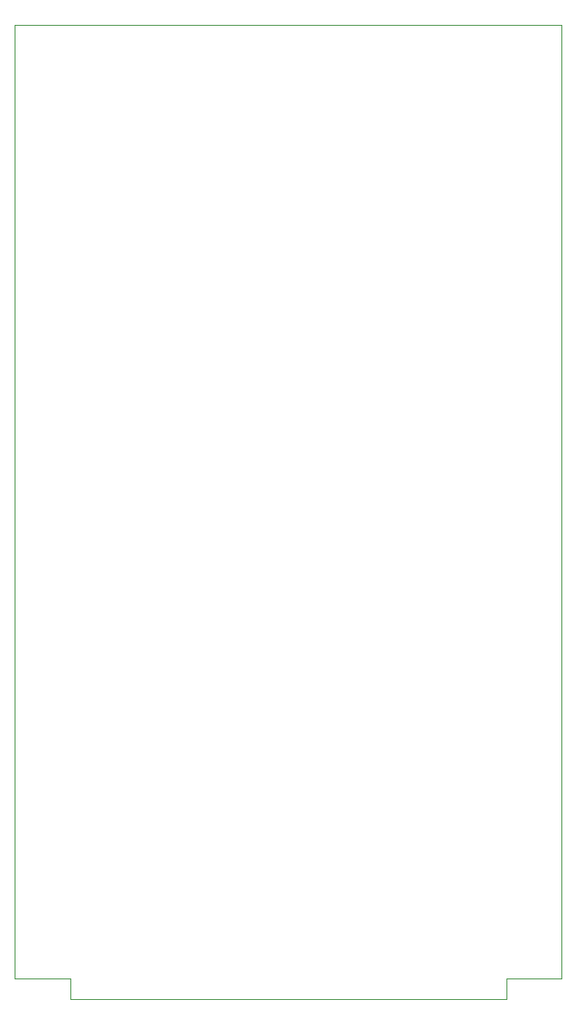
<source format=gbr>
G04 #@! TF.GenerationSoftware,KiCad,Pcbnew,(5.1.4)-1*
G04 #@! TF.CreationDate,2020-02-24T00:27:32+00:00*
G04 #@! TF.ProjectId,SPS-BellDriver,5350532d-4265-46c6-9c44-72697665722e,1*
G04 #@! TF.SameCoordinates,Original*
G04 #@! TF.FileFunction,Profile,NP*
%FSLAX46Y46*%
G04 Gerber Fmt 4.6, Leading zero omitted, Abs format (unit mm)*
G04 Created by KiCad (PCBNEW (5.1.4)-1) date 2020-02-24 00:27:32*
%MOMM*%
%LPD*%
G04 APERTURE LIST*
%ADD10C,0.120000*%
G04 APERTURE END LIST*
D10*
X77500000Y-119500000D02*
X83000000Y-119500000D01*
X77500000Y-121500000D02*
X77500000Y-119500000D01*
X34500000Y-119500000D02*
X34500000Y-121500000D01*
X29000000Y-119500000D02*
X34500000Y-119500000D01*
X34500000Y-121500000D02*
X77500000Y-121500000D01*
X29000000Y-25500000D02*
X29000000Y-119500000D01*
X83000000Y-119500000D02*
X83000000Y-25500000D01*
X29000000Y-25500000D02*
X83000000Y-25500000D01*
M02*

</source>
